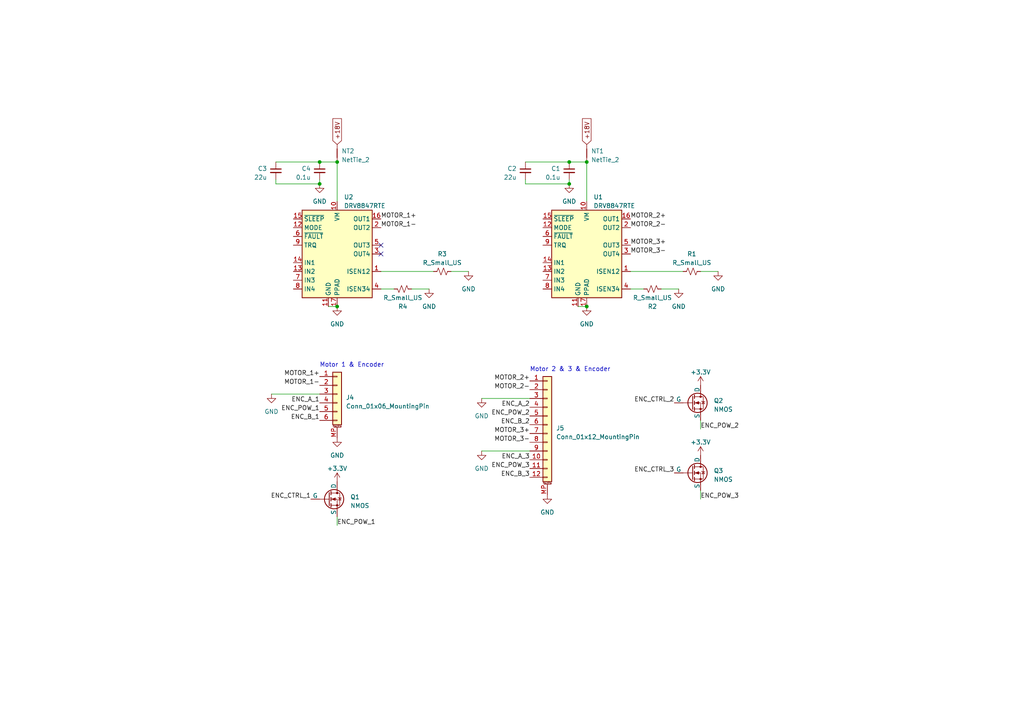
<source format=kicad_sch>
(kicad_sch (version 20230121) (generator eeschema)
  (paper "A4")
  (lib_symbols
    (symbol "Connector_Generic_MountingPin:Conn_01x06_MountingPin" (pin_names (offset 1.016) hide)
      (property "Reference" "J" (at 0 7.62 0))
      (property "Value" "Conn_01x06_MountingPin" (at 1.27 -10.16 0))
      (symbol "Conn_01x06_MountingPin_1_1"
        (rectangle (start -1.27 -7.493) (end 0 -7.747) (stroke (width 0.1524)))
        (rectangle (start -1.27 -4.953) (end 0 -5.207) (stroke (width 0.1524)))
        (rectangle (start -1.27 -2.413) (end 0 -2.667) (stroke (width 0.1524)))
        (rectangle (start -1.27 0.127) (end 0 -0.127) (stroke (width 0.1524)))
        (rectangle (start -1.27 2.667) (end 0 2.413) (stroke (width 0.1524)))
        (rectangle (start -1.27 5.207) (end 0 4.953) (stroke (width 0.1524)))
        (rectangle (start -1.27 6.35) (end 1.27 -8.89) (stroke (width 0.254)) (fill (type background)))
        (polyline (pts (xy -1.016 -9.652) (xy 1.016 -9.652)) (stroke (width 0.1524)))
        (text "Mounting" (at 0 -9.271 0) (effects (font (size 0.381 0.381))))
        (pin passive line (at -5.08 5.08 0) (length 3.81) (name "Pin_1") (number "1"))
        (pin passive line (at -5.08 2.54 0) (length 3.81) (name "Pin_2") (number "2"))
        (pin passive line (at -5.08 0 0) (length 3.81) (name "Pin_3") (number "3"))
        (pin passive line (at -5.08 -2.54 0) (length 3.81) (name "Pin_4") (number "4"))
        (pin passive line (at -5.08 -5.08 0) (length 3.81) (name "Pin_5") (number "5"))
        (pin passive line (at -5.08 -7.62 0) (length 3.81) (name "Pin_6") (number "6"))
        (pin passive line (at 0 -12.7 90) (length 3.048) (name "MountPin") (number "MP"))
      )
    )
    (symbol "Connector_Generic_MountingPin:Conn_01x12_MountingPin" (pin_names (offset 1.016) hide)
      (property "Reference" "J" (at 0 15.24 0))
      (property "Value" "Conn_01x12_MountingPin" (at 1.27 -17.78 0))
      (symbol "Conn_01x12_MountingPin_1_1"
        (rectangle (start -1.27 -15.113) (end 0 -15.367) (stroke (width 0.1524)))
        (rectangle (start -1.27 -12.573) (end 0 -12.827) (stroke (width 0.1524)))
        (rectangle (start -1.27 -10.033) (end 0 -10.287) (stroke (width 0.1524)))
        (rectangle (start -1.27 -7.493) (end 0 -7.747) (stroke (width 0.1524)))
        (rectangle (start -1.27 -4.953) (end 0 -5.207) (stroke (width 0.1524)))
        (rectangle (start -1.27 -2.413) (end 0 -2.667) (stroke (width 0.1524)))
        (rectangle (start -1.27 0.127) (end 0 -0.127) (stroke (width 0.1524)))
        (rectangle (start -1.27 2.667) (end 0 2.413) (stroke (width 0.1524)))
        (rectangle (start -1.27 5.207) (end 0 4.953) (stroke (width 0.1524)))
        (rectangle (start -1.27 7.747) (end 0 7.493) (stroke (width 0.1524)))
        (rectangle (start -1.27 10.287) (end 0 10.033) (stroke (width 0.1524)))
        (rectangle (start -1.27 12.827) (end 0 12.573) (stroke (width 0.1524)))
        (rectangle (start -1.27 13.97) (end 1.27 -16.51) (stroke (width 0.254)) (fill (type background)))
        (polyline (pts (xy -1.016 -17.272) (xy 1.016 -17.272)) (stroke (width 0.1524)))
        (text "Mounting" (at 0 -16.891 0) (effects (font (size 0.381 0.381))))
        (pin passive line (at -5.08 12.7 0) (length 3.81) (name "Pin_1") (number "1"))
        (pin passive line (at -5.08 -10.16 0) (length 3.81) (name "Pin_10") (number "10"))
        (pin passive line (at -5.08 -12.7 0) (length 3.81) (name "Pin_11") (number "11"))
        (pin passive line (at -5.08 -15.24 0) (length 3.81) (name "Pin_12") (number "12"))
        (pin passive line (at -5.08 10.16 0) (length 3.81) (name "Pin_2") (number "2"))
        (pin passive line (at -5.08 7.62 0) (length 3.81) (name "Pin_3") (number "3"))
        (pin passive line (at -5.08 5.08 0) (length 3.81) (name "Pin_4") (number "4"))
        (pin passive line (at -5.08 2.54 0) (length 3.81) (name "Pin_5") (number "5"))
        (pin passive line (at -5.08 0 0) (length 3.81) (name "Pin_6") (number "6"))
        (pin passive line (at -5.08 -2.54 0) (length 3.81) (name "Pin_7") (number "7"))
        (pin passive line (at -5.08 -5.08 0) (length 3.81) (name "Pin_8") (number "8"))
        (pin passive line (at -5.08 -7.62 0) (length 3.81) (name "Pin_9") (number "9"))
        (pin passive line (at 0 -20.32 90) (length 3.048) (name "MountPin") (number "MP"))
      )
    )
    (symbol "Device:C_Small" (pin_numbers hide) (pin_names (offset 0.254) hide)
      (property "Reference" "C" (at 0.254 1.778 0))
      (property "Value" "C_Small" (at 0.254 -2.032 0))
      (symbol "C_Small_0_1"
        (polyline (pts (xy -1.524 -0.508) (xy 1.524 -0.508)) (stroke (width 0.3302)))
        (polyline (pts (xy -1.524 0.508) (xy 1.524 0.508)) (stroke (width 0.3048)))
      )
      (symbol "C_Small_1_1"
        (pin passive line (at 0 2.54 270) (length 2.032) (name "~") (number "1"))
        (pin passive line (at 0 -2.54 90) (length 2.032) (name "~") (number "2"))
      )
    )
    (symbol "Device:NetTie_2" (pin_numbers hide) (pin_names (offset 0) hide) (in_bom no)
      (property "Reference" "NT" (at 0 1.27 0))
      (property "Value" "NetTie_2" (at 0 -1.27 0))
      (symbol "NetTie_2_0_1"
        (polyline (pts (xy -1.27 0) (xy 1.27 0)) (stroke (width 0.254)))
      )
      (symbol "NetTie_2_1_1"
        (pin passive line (at -2.54 0 0) (length 2.54) (name "1") (number "1"))
        (pin passive line (at 2.54 0 180) (length 2.54) (name "2") (number "2"))
      )
    )
    (symbol "Device:R_Small_US" (pin_numbers hide) (pin_names (offset 0.254) hide)
      (property "Reference" "R" (at 0.762 0.508 0))
      (property "Value" "R_Small_US" (at 0.762 -1.016 0))
      (symbol "R_Small_US_1_1"
        (polyline (pts (xy 0 0) (xy 1.016 -0.381) (xy 0 -0.762) (xy -1.016 -1.143) (xy 0 -1.524)))
        (polyline (pts (xy 0 1.524) (xy 1.016 1.143) (xy 0 0.762) (xy -1.016 0.381) (xy 0 0)))
        (pin passive line (at 0 2.54 270) (length 1.016) (name "~") (number "1"))
        (pin passive line (at 0 -2.54 90) (length 1.016) (name "~") (number "2"))
      )
    )
    (symbol "Driver_Motor:DRV8847RTE"
      (property "Reference" "U" (at -8.89 13.97 0))
      (property "Value" "DRV8847RTE" (at 8.89 13.97 0))
      (symbol "DRV8847RTE_0_1"
        (rectangle (start -10.16 -12.7) (end 10.16 12.7) (stroke (width 0.254)) (fill (type background)))
      )
      (symbol "DRV8847RTE_1_1"
        (pin passive line (at 12.7 -5.08 180) (length 2.54) (name "ISEN12") (number "1"))
        (pin power_in line (at 0 15.24 270) (length 2.54) (name "VM") (number "10"))
        (pin power_in line (at -2.54 -15.24 90) (length 2.54) (name "GND") (number "11"))
        (pin input line (at -12.7 7.62 0) (length 2.54) (name "MODE") (number "12"))
        (pin input line (at -12.7 -5.08 0) (length 2.54) (name "IN2") (number "13"))
        (pin input line (at -12.7 -2.54 0) (length 2.54) (name "IN1") (number "14"))
        (pin input line (at -12.7 10.16 0) (length 2.54) (name "~{SLEEP}") (number "15"))
        (pin output line (at 12.7 10.16 180) (length 2.54) (name "OUT1") (number "16"))
        (pin power_in line (at 0 -15.24 90) (length 2.54) (name "PPAD") (number "17"))
        (pin output line (at 12.7 7.62 180) (length 2.54) (name "OUT2") (number "2"))
        (pin output line (at 12.7 0 180) (length 2.54) (name "OUT4") (number "3"))
        (pin passive line (at 12.7 -10.16 180) (length 2.54) (name "ISEN34") (number "4"))
        (pin output line (at 12.7 2.54 180) (length 2.54) (name "OUT3") (number "5"))
        (pin open_collector line (at -12.7 5.08 0) (length 2.54) (name "~{FAULT}") (number "6"))
        (pin input line (at -12.7 -7.62 0) (length 2.54) (name "IN3") (number "7"))
        (pin input line (at -12.7 -10.16 0) (length 2.54) (name "IN4") (number "8"))
        (pin input line (at -12.7 2.54 0) (length 2.54) (name "TRQ") (number "9"))
      )
    )
    (symbol "Simulation_SPICE:NMOS" (pin_numbers hide) (pin_names (offset 0))
      (property "Reference" "Q" (at 5.08 1.27 0))
      (property "Value" "NMOS" (at 5.08 -1.27 0))
      (symbol "NMOS_0_1"
        (polyline (pts (xy 0.254 0) (xy -2.54 0)))
        (polyline (pts (xy 0.254 1.905) (xy 0.254 -1.905)) (stroke (width 0.254)))
        (polyline (pts (xy 0.762 -1.27) (xy 0.762 -2.286)) (stroke (width 0.254)))
        (polyline (pts (xy 0.762 0.508) (xy 0.762 -0.508)) (stroke (width 0.254)))
        (polyline (pts (xy 0.762 2.286) (xy 0.762 1.27)) (stroke (width 0.254)))
        (polyline (pts (xy 2.54 2.54) (xy 2.54 1.778)))
        (polyline (pts (xy 2.54 -2.54) (xy 2.54 0) (xy 0.762 0)))
        (polyline (pts (xy 0.762 -1.778) (xy 3.302 -1.778) (xy 3.302 1.778) (xy 0.762 1.778)))
        (polyline (pts (xy 1.016 0) (xy 2.032 0.381) (xy 2.032 -0.381) (xy 1.016 0)) (fill (type outline)))
        (polyline (pts (xy 2.794 0.508) (xy 2.921 0.381) (xy 3.683 0.381) (xy 3.81 0.254)))
        (polyline (pts (xy 3.302 0.381) (xy 2.921 -0.254) (xy 3.683 -0.254) (xy 3.302 0.381)))
        (circle (center 1.651 0) (radius 2.794) (stroke (width 0.254)))
        (circle (center 2.54 -1.778) (radius 0.254) (fill (type outline)))
        (circle (center 2.54 1.778) (radius 0.254) (fill (type outline)))
      )
      (symbol "NMOS_1_1"
        (pin passive line (at 2.54 5.08 270) (length 2.54) (name "D") (number "1"))
        (pin input line (at -5.08 0 0) (length 2.54) (name "G") (number "2"))
        (pin passive line (at 2.54 -5.08 90) (length 2.54) (name "S") (number "3"))
      )
    )
    (symbol "power:+3.3V" (power) (pin_names (offset 0))
      (property "Value" "+3.3V" (at 0 3.556 0))
      (symbol "+3.3V_0_1"
        (polyline (pts (xy -0.762 1.27) (xy 0 2.54)))
        (polyline (pts (xy 0 0) (xy 0 2.54)))
        (polyline (pts (xy 0 2.54) (xy 0.762 1.27)))
      )
      (symbol "+3.3V_1_1"
        (pin power_in line (at 0 0 90) (length 0) hide (name "+3.3V") (number "1"))
      )
    )
    (symbol "power:GND" (power) (pin_names (offset 0))
      (property "Value" "GND" (at 0 -3.81 0))
      (symbol "GND_0_1"
        (polyline (pts (xy 0 0) (xy 0 -1.27) (xy 1.27 -1.27) (xy 0 -2.54) (xy -1.27 -1.27) (xy 0 -1.27)))
      )
      (symbol "GND_1_1"
        (pin power_in line (at 0 0 270) (length 0) hide (name "GND") (number "1"))
      )
    )
  )
  (junction (at 170.18 46.99))
  (junction (at 97.79 88.9))
  (junction (at 165.1 53.34))
  (junction (at 97.79 46.99))
  (junction (at 92.71 46.99))
  (junction (at 165.1 46.99))
  (junction (at 92.71 53.34))
  (junction (at 170.18 88.9))
  (no_connect (at 110.49 71.12))
  (no_connect (at 110.49 73.66))
  (wire (pts (xy 124.46 83.82) (xy 119.38 83.82)))
  (wire (pts (xy 125.73 78.74) (xy 110.49 78.74)))
  (wire (pts (xy 165.1 53.34) (xy 165.1 52.07)))
  (wire (pts (xy 203.2 124.46) (xy 203.2 121.92)))
  (wire (pts (xy 80.01 46.99) (xy 92.71 46.99)))
  (wire (pts (xy 152.4 46.99) (xy 165.1 46.99)))
  (wire (pts (xy 152.4 53.34) (xy 165.1 53.34)))
  (wire (pts (xy 167.64 88.9) (xy 170.18 88.9)))
  (wire (pts (xy 92.71 46.99) (xy 97.79 46.99)))
  (wire (pts (xy 170.18 46.99) (xy 170.18 58.42)))
  (wire (pts (xy 182.88 83.82) (xy 186.69 83.82)))
  (wire (pts (xy 139.7 130.81) (xy 153.67 130.81)))
  (wire (pts (xy 92.71 53.34) (xy 92.71 52.07)))
  (wire (pts (xy 80.01 53.34) (xy 92.71 53.34)))
  (wire (pts (xy 78.74 114.3) (xy 92.71 114.3)))
  (wire (pts (xy 110.49 83.82) (xy 114.3 83.82)))
  (wire (pts (xy 97.79 152.4) (xy 97.79 149.86)))
  (wire (pts (xy 139.7 115.57) (xy 153.67 115.57)))
  (wire (pts (xy 208.28 78.74) (xy 203.2 78.74)))
  (wire (pts (xy 203.2 144.78) (xy 203.2 142.24)))
  (wire (pts (xy 198.12 78.74) (xy 182.88 78.74)))
  (wire (pts (xy 165.1 46.99) (xy 170.18 46.99)))
  (wire (pts (xy 95.25 88.9) (xy 97.79 88.9)))
  (wire (pts (xy 135.89 78.74) (xy 130.81 78.74)))
  (wire (pts (xy 97.79 46.99) (xy 97.79 58.42)))
  (wire (pts (xy 196.85 83.82) (xy 191.77 83.82)))
  (wire (pts (xy 152.4 53.34) (xy 152.4 52.07)))
  (wire (pts (xy 80.01 53.34) (xy 80.01 52.07)))
  (text "Motor 2 & 3 & Encoder" (at 153.67 107.95 0) (effects (font (size 1.27 1.27)) (justify left bottom)))
  (text "Motor 1 & Encoder" (at 92.71 106.68 0) (effects (font (size 1.27 1.27)) (justify left bottom)))
  (label "ENC_A_3" (at 153.67 133.35 180))
  (label "ENC_B_1" (at 92.71 121.92 180))
  (label "ENC_A_2" (at 153.67 118.11 180))
  (label "MOTOR_3-" (at 153.67 128.27 180))
  (label "ENC_POW_1" (at 97.79 152.4 0))
  (label "ENC_CTRL_3" (at 195.58 137.16 180))
  (label "ENC_POW_2" (at 203.2 124.46 0))
  (label "MOTOR_2-" (at 153.67 113.03 180))
  (label "MOTOR_1+" (at 92.71 109.22 180))
  (label "ENC_A_1" (at 92.71 116.84 180))
  (label "ENC_CTRL_1" (at 90.17 144.78 180))
  (label "MOTOR_2-" (at 182.88 66.04 0))
  (label "ENC_POW_3" (at 203.2 144.78 0))
  (label "MOTOR_2+" (at 182.88 63.5 0))
  (label "ENC_POW_2" (at 153.67 120.65 180))
  (label "MOTOR_3-" (at 182.88 73.66 0))
  (label "MOTOR_2+" (at 153.67 110.49 180))
  (label "ENC_B_2" (at 153.67 123.19 180))
  (label "MOTOR_1-" (at 92.71 111.76 180))
  (label "ENC_POW_3" (at 153.67 135.89 180))
  (label "MOTOR_3+" (at 153.67 125.73 180))
  (label "ENC_B_3" (at 153.67 138.43 180))
  (label "MOTOR_1+" (at 110.49 63.5 0))
  (label "MOTOR_3+" (at 182.88 71.12 0))
  (label "MOTOR_1-" (at 110.49 66.04 0))
  (label "ENC_POW_1" (at 92.71 119.38 180))
  (label "ENC_CTRL_2" (at 195.58 116.84 180))
  (global_label "+18V" (shape input) (at 97.79 41.91 90) (property "Intersheetrefs" "${INTERSHEET_REFS}" (effects hide)))
  (global_label "+18V" (shape input) (at 170.18 41.91 90) (property "Intersheetrefs" "${INTERSHEET_REFS}" (effects hide)))
  (symbol (lib_id "Simulation_SPICE:NMOS") (at 200.66 137.16 0) (unit 1)
    (property "Reference" "Q3" (at 207.01 136.525 0) (effects (justify left)))
    (property "Value" "NMOS" (at 207.01 139.065 0) (effects (justify left)))
    (property "Datasheet" "https://ngspice.sourceforge.io/docs/ngspice-manual.pdf" (effects hide))
    (property "Sim.Device" "NMOS" (effects hide))
    (property "Sim.Type" "VDMOS" (effects hide))
    (property "Sim.Pins" "1=D 2=G 3=S" (effects hide))
    (instances (project "Locust" (path "" (reference "Q3") (unit 1)) (path "" (reference "Q2") (unit 1))))
  )
  (symbol (lib_id "power:GND") (at 158.75 143.51 0) (unit 1)
    (property "Reference" "#PWR020" (effects hide))
    (property "Value" "GND" (at 158.75 148.59 0))
    (instances (project "Locust" (path "" (reference "#PWR020") (unit 1)) (path "" (reference "#PWR023") (unit 1))))
  )
  (symbol (lib_id "Device:C_Small") (at 92.71 49.53 0) (mirror y) (unit 1)
    (property "Reference" "C4" (at 90.17 48.9013 0) (effects (justify left)))
    (property "Value" "0.1u" (at 90.17 51.4413 0) (effects (justify left)))
  )
  (symbol (lib_id "Device:R_Small_US") (at 189.23 83.82 90) (mirror x) (unit 1)
    (property "Reference" "R2" (at 189.23 88.9 90))
    (property "Value" "R_Small_US" (at 189.23 86.36 90))
    (instances (project "Locust" (path "" (reference "R2") (unit 1)) (path "" (reference "R3") (unit 1))))
  )
  (symbol (lib_id "power:GND") (at 97.79 88.9 0) (unit 1)
    (property "Reference" "#PWR012" (effects hide))
    (property "Value" "GND" (at 97.79 93.98 0))
  )
  (symbol (lib_id "power:GND") (at 139.7 130.81 0) (unit 1)
    (property "Reference" "#PWR019" (effects hide))
    (property "Value" "GND" (at 139.7 135.89 0))
    (instances (project "Locust" (path "" (reference "#PWR019") (unit 1)) (path "" (reference "#PWR020") (unit 1))))
  )
  (symbol (lib_id "Simulation_SPICE:NMOS") (at 200.66 116.84 0) (unit 1)
    (property "Reference" "Q2" (at 207.01 116.205 0) (effects (justify left)))
    (property "Value" "NMOS" (at 207.01 118.745 0) (effects (justify left)))
    (property "Datasheet" "https://ngspice.sourceforge.io/docs/ngspice-manual.pdf" (effects hide))
    (property "Sim.Device" "NMOS" (effects hide))
    (property "Sim.Type" "VDMOS" (effects hide))
    (property "Sim.Pins" "1=D 2=G 3=S" (effects hide))
    (instances (project "Locust" (path "" (reference "Q2") (unit 1)) (path "" (reference "Q1") (unit 1))))
  )
  (symbol (lib_id "Device:R_Small_US") (at 128.27 78.74 90) (unit 1)
    (property "Reference" "R3" (at 128.27 73.66 90))
    (property "Value" "R_Small_US" (at 128.27 76.2 90))
    (instances (project "Locust" (path "" (reference "R3") (unit 1)) (path "" (reference "R2") (unit 1))))
  )
  (symbol (lib_id "power:GND") (at 78.74 114.3 0) (unit 1)
    (property "Reference" "#PWR016" (effects hide))
    (property "Value" "GND" (at 78.74 119.38 0))
    (instances (project "Locust" (path "" (reference "#PWR016") (unit 1)) (path "" (reference "#PWR017") (unit 1))))
  )
  (symbol (lib_id "Device:C_Small") (at 165.1 49.53 0) (mirror y) (unit 1)
    (property "Reference" "C1" (at 162.56 48.9013 0) (effects (justify left)))
    (property "Value" "0.1u" (at 162.56 51.4413 0) (effects (justify left)))
    (instances (project "Locust" (path "" (reference "C1") (unit 1)) (path "" (reference "C2") (unit 1))))
  )
  (symbol (lib_id "Device:C_Small") (at 152.4 49.53 0) (mirror y) (unit 1)
    (property "Reference" "C2" (at 149.86 48.9013 0) (effects (justify left)))
    (property "Value" "22u" (at 149.86 51.4413 0) (effects (justify left)))
    (instances (project "Locust" (path "" (reference "C2") (unit 1)) (path "" (reference "C1") (unit 1))))
  )
  (symbol (lib_id "Driver_Motor:DRV8847RTE") (at 97.79 73.66 0) (unit 1)
    (property "Reference" "U2" (at 99.7459 57.15 0) (effects (justify left)))
    (property "Value" "DRV8847RTE" (at 99.7459 59.69 0) (effects (justify left)))
    (property "Footprint" "Package_DFN_QFN:QFN-16-1EP_3x3mm_P0.5mm_EP1.7x1.7mm_ThermalVias" (effects hide))
    (property "Datasheet" "https://www.ti.com/lit/ds/symlink/drv8847.pdf" (effects hide))
  )
  (symbol (lib_id "Device:R_Small_US") (at 200.66 78.74 90) (unit 1)
    (property "Reference" "R1" (at 200.66 73.66 90))
    (property "Value" "R_Small_US" (at 200.66 76.2 90))
  )
  (symbol (lib_id "Device:NetTie_2") (at 170.18 44.45 270) (mirror x) (unit 1) (in_bom no)
    (property "Reference" "NT1" (at 171.45 43.815 90) (effects (justify left)))
    (property "Value" "NetTie_2" (at 171.45 46.355 90) (effects (justify left)))
  )
  (symbol (lib_id "power:GND") (at 97.79 127 0) (unit 1)
    (property "Reference" "#PWR017" (effects hide))
    (property "Value" "GND" (at 97.79 132.08 0))
    (instances (project "Locust" (path "" (reference "#PWR017") (unit 1)) (path "" (reference "#PWR019") (unit 1))))
  )
  (symbol (lib_id "power:GND") (at 208.28 78.74 0) (unit 1)
    (property "Reference" "#PWR06" (effects hide))
    (property "Value" "GND" (at 208.28 83.82 0))
    (instances (project "Locust" (path "" (reference "#PWR06") (unit 1)) (path "" (reference "#PWR07") (unit 1))))
  )
  (symbol (lib_id "Device:C_Small") (at 80.01 49.53 0) (mirror y) (unit 1)
    (property "Reference" "C3" (at 77.47 48.9013 0) (effects (justify left)))
    (property "Value" "22u" (at 77.47 51.4413 0) (effects (justify left)))
  )
  (symbol (lib_id "power:GND") (at 92.71 53.34 0) (unit 1)
    (property "Reference" "#PWR09" (effects hide))
    (property "Value" "GND" (at 92.71 58.42 0))
    (instances (project "Locust" (path "" (reference "#PWR09") (unit 1)) (path "" (reference "#PWR06") (unit 1))))
  )
  (symbol (lib_id "power:GND") (at 165.1 53.34 0) (unit 1)
    (property "Reference" "#PWR08" (effects hide))
    (property "Value" "GND" (at 165.1 58.42 0))
    (instances (project "Locust" (path "" (reference "#PWR08") (unit 1)) (path "" (reference "#PWR05") (unit 1))))
  )
  (symbol (lib_id "power:+3.3V") (at 203.2 132.08 0) (unit 1)
    (property "Reference" "#PWR023" (effects hide))
    (property "Value" "+3.3V" (at 203.2 128.27 0))
    (instances (project "Locust" (path "" (reference "#PWR023") (unit 1)) (path "" (reference "#PWR021") (unit 1))))
  )
  (symbol (lib_id "Device:R_Small_US") (at 116.84 83.82 90) (mirror x) (unit 1)
    (property "Reference" "R4" (at 116.84 88.9 90))
    (property "Value" "R_Small_US" (at 116.84 86.36 90))
  )
  (symbol (lib_id "Connector_Generic_MountingPin:Conn_01x12_MountingPin") (at 158.75 123.19 0) (unit 1)
    (property "Reference" "J5" (at 161.29 124.1806 0) (effects (justify left)))
    (property "Value" "Conn_01x12_MountingPin" (at 161.29 126.7206 0) (effects (justify left)))
    (property "Footprint" "Connector_JST:JST_PH_S12B-PH-SM4-TB_1x12-1MP_P2.00mm_Horizontal" (effects hide))
  )
  (symbol (lib_id "power:GND") (at 196.85 83.82 0) (unit 1)
    (property "Reference" "#PWR07" (effects hide))
    (property "Value" "GND" (at 196.85 88.9 0))
    (instances (project "Locust" (path "" (reference "#PWR07") (unit 1)) (path "" (reference "#PWR09") (unit 1))))
  )
  (symbol (lib_id "Connector_Generic_MountingPin:Conn_01x06_MountingPin") (at 97.79 114.3 0) (unit 1)
    (property "Reference" "J4" (at 100.33 115.2906 0) (effects (justify left)))
    (property "Value" "Conn_01x06_MountingPin" (at 100.33 117.8306 0) (effects (justify left)))
    (property "Footprint" "Connector_JST:JST_PH_S6B-PH-SM4-TB_1x06-1MP_P2.00mm_Horizontal" (effects hide))
  )
  (symbol (lib_id "power:GND") (at 139.7 115.57 0) (unit 1)
    (property "Reference" "#PWR018" (effects hide))
    (property "Value" "GND" (at 139.7 120.65 0))
  )
  (symbol (lib_id "Device:NetTie_2") (at 97.79 44.45 270) (mirror x) (unit 1) (in_bom no)
    (property "Reference" "NT2" (at 99.06 43.815 90) (effects (justify left)))
    (property "Value" "NetTie_2" (at 99.06 46.355 90) (effects (justify left)))
  )
  (symbol (lib_id "power:+3.3V") (at 97.79 139.7 0) (unit 1)
    (property "Reference" "#PWR021" (effects hide))
    (property "Value" "+3.3V" (at 97.79 135.89 0))
    (instances (project "Locust" (path "" (reference "#PWR021") (unit 1)) (path "" (reference "#PWR022") (unit 1))))
  )
  (symbol (lib_id "power:GND") (at 135.89 78.74 0) (unit 1)
    (property "Reference" "#PWR010" (effects hide))
    (property "Value" "GND" (at 135.89 83.82 0))
    (instances (project "Locust" (path "" (reference "#PWR010") (unit 1)) (path "" (reference "#PWR08") (unit 1))))
  )
  (symbol (lib_id "Simulation_SPICE:NMOS") (at 95.25 144.78 0) (unit 1)
    (property "Reference" "Q1" (at 101.6 144.145 0) (effects (justify left)))
    (property "Value" "NMOS" (at 101.6 146.685 0) (effects (justify left)))
    (property "Datasheet" "https://ngspice.sourceforge.io/docs/ngspice-manual.pdf" (effects hide))
    (property "Sim.Device" "NMOS" (effects hide))
    (property "Sim.Type" "VDMOS" (effects hide))
    (property "Sim.Pins" "1=D 2=G 3=S" (effects hide))
    (instances (project "Locust" (path "" (reference "Q1") (unit 1)) (path "" (reference "Q3") (unit 1))))
  )
  (symbol (lib_id "power:+3.3V") (at 203.2 111.76 0) (unit 1)
    (property "Reference" "#PWR022" (effects hide))
    (property "Value" "+3.3V" (at 203.2 107.95 0))
    (instances (project "Locust" (path "" (reference "#PWR022") (unit 1)) (path "" (reference "#PWR016") (unit 1))))
  )
  (symbol (lib_id "Driver_Motor:DRV8847RTE") (at 170.18 73.66 0) (unit 1)
    (property "Reference" "U1" (at 172.1359 57.15 0) (effects (justify left)))
    (property "Value" "DRV8847RTE" (at 172.1359 59.69 0) (effects (justify left)))
    (property "Footprint" "Package_DFN_QFN:QFN-16-1EP_3x3mm_P0.5mm_EP1.7x1.7mm_ThermalVias" (effects hide))
    (property "Datasheet" "https://www.ti.com/lit/ds/symlink/drv8847.pdf" (effects hide))
  )
  (symbol (lib_id "power:GND") (at 170.18 88.9 0) (unit 1)
    (property "Reference" "#PWR05" (effects hide))
    (property "Value" "GND" (at 170.18 93.98 0))
    (instances (project "Locust" (path "" (reference "#PWR05") (unit 1)) (path "" (reference "#PWR011") (unit 1))))
  )
  (symbol (lib_id "power:GND") (at 124.46 83.82 0) (unit 1)
    (property "Reference" "#PWR011" (effects hide))
    (property "Value" "GND" (at 124.46 88.9 0))
    (instances (project "Locust" (path "" (reference "#PWR011") (unit 1)) (path "" (reference "#PWR010") (unit 1))))
  )
)
</source>
